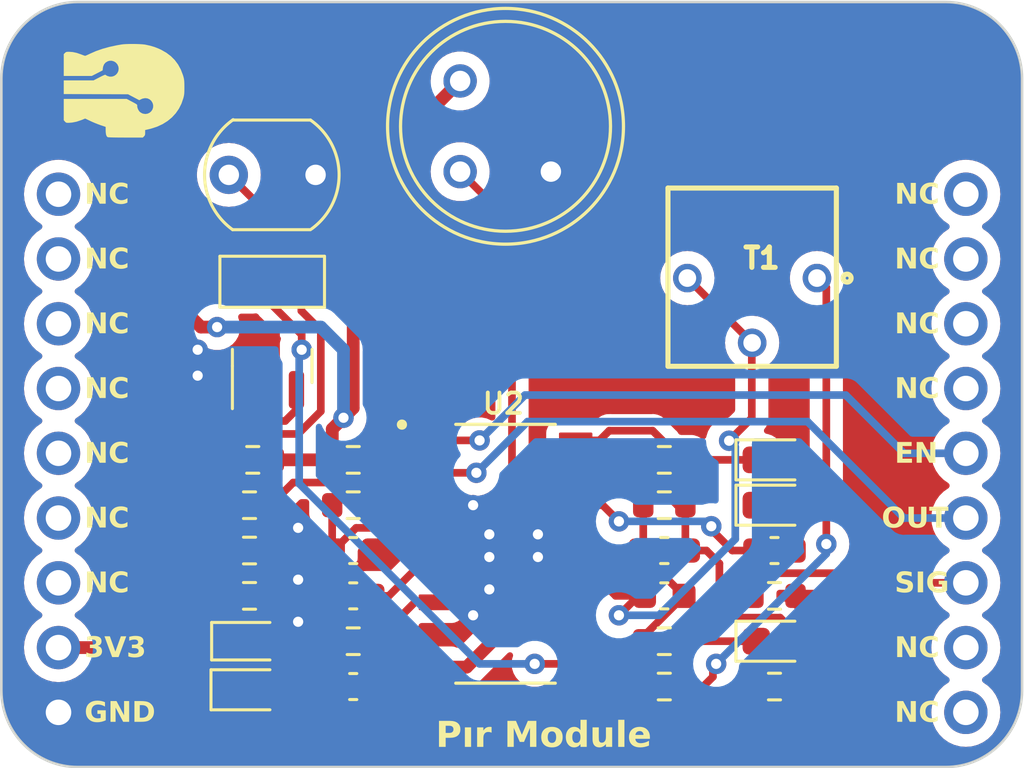
<source format=kicad_pcb>
(kicad_pcb (version 20221018) (generator pcbnew)
  (layers (0 "F.Cu" signal) (31 "B.Cu" signal) (34 "B.Paste" user) (35 "F.Paste" user) (36 "B.SilkS" user "B.Silkscreen") (37 "F.SilkS" user "F.Silkscreen") (38 "B.Mask" user) (39 "F.Mask" user) (44 "Edge.Cuts" user))
  (net 0 "")
  (net 1 "SIG")
  (net 2 "GND")
  (net 3 "Net-(U2-RC1)")
  (net 4 "Net-(U2-RC2)")
  (net 5 "+3V3")
  (net 6 "Net-(U2-2OUT)")
  (net 7 "Net-(U2-2IN-)")
  (net 8 "Net-(C7-Pad1)")
  (net 9 "Net-(U2-1OUT)")
  (net 10 "Net-(U2-1IN-)")
  (net 11 "Net-(C10-Pad1)")
  (net 12 "Net-(D1-K)")
  (net 13 "Net-(D1-A)")
  (net 14 "Net-(J1-Pin_2)")
  (net 15 "Net-(J1-Pin_3)")
  (net 16 "Net-(Q1-B)")
  (net 17 "Net-(U2-RR1)")
  (net 18 "Net-(U2-RR2)")
  (net 19 "EN")
  (net 20 "Net-(U2-IB)")
  (net 21 "Net-(R8-Pad1)")
  (net 22 "OUT")
  (footprint "Capacitor_SMD:C_0603_1608Metric" (layer "F.Cu") (at 123.952 89.154)
    (fp_text reference "C6" hide)
    (fp_text value "10nF" hide)
    (pad "1" smd roundrect (at -0.775 0) (size 0.9 0.95) (layers "F.Cu" "F.Paste" "F.Mask") (net 6 "Net-(U2-2OUT)"))
    (pad "2" smd roundrect (at 0.775 0) (size 0.9 0.95) (layers "F.Cu" "F.Paste" "F.Mask") (net 7 "Net-(U2-2IN-)"))
  )
  (footprint "Resistor_SMD:R_0603_1608Metric" (layer "F.Cu") (at 123.952 92.71 180)
    (fp_text reference "R8" hide)
    (fp_text value "470k" hide)
    (pad "1" smd roundrect (at -0.825 0 180) (size 0.8 0.95) (layers "F.Cu" "F.Paste" "F.Mask") (net 21 "Net-(R8-Pad1)"))
    (pad "2" smd roundrect (at 0.825 0 180) (size 0.8 0.95) (layers "F.Cu" "F.Paste" "F.Mask") (net 7 "Net-(U2-2IN-)"))
  )
  (footprint "Jumper:SolderJumper-3_P1.3mm_Open_Pad1.0x1.5mm_NumberLabels" (layer "F.Cu") (at 108.585 76.835)
    (fp_text reference "J1" hide)
    (fp_text value "Conn_01x03_Female" hide)
    (pad "1" smd rect (at -1.3 0) (size 1 1.5) (layers "F.Cu" "F.Mask") (net 5 "+3V3"))
    (pad "2" smd rect (at 0 0) (size 1 1.5) (layers "F.Cu" "F.Mask") (net 14 "Net-(J1-Pin_2)"))
    (pad "3" smd rect (at 1.3 0) (size 1 1.5) (layers "F.Cu" "F.Mask") (net 15 "Net-(J1-Pin_3)"))
  )
  (footprint "Capacitor_SMD:C_0603_1608Metric_Pad1.08x0.95mm_HandSolder" (layer "F.Cu") (at 123.952 87.376)
    (fp_text reference "C8" hide)
    (fp_text value "10nF" hide)
    (pad "1" smd roundrect (at -0.8625 0) (size 1.075 0.95) (layers "F.Cu" "F.Paste" "F.Mask") (net 10 "Net-(U2-1IN-)"))
    (pad "2" smd roundrect (at 0.8625 0) (size 1.075 0.95) (layers "F.Cu" "F.Paste" "F.Mask") (net 9 "Net-(U2-1OUT)"))
  )
  (footprint "Capacitor_Tantalum_SMD:CP_EIA-1608-08_AVX-J" (layer "F.Cu") (at 128.27 85.598)
    (fp_text reference "C9" hide)
    (fp_text value "10uF" hide)
    (pad "1" smd roundrect (at -0.7125 0) (size 1.075 1.05) (layers "F.Cu" "F.Paste" "F.Mask") (roundrect_rratio 0.238095) (net 11 "Net-(C10-Pad1)"))
    (pad "2" smd roundrect (at 0.7125 0) (size 1.075 1.05) (layers "F.Cu" "F.Paste" "F.Mask") (roundrect_rratio 0.238095) (net 2 "GND"))
  )
  (footprint "Resistor_SMD:R_0603_1608Metric" (layer "F.Cu") (at 128.27 92.71)
    (fp_text reference "R7" hide)
    (fp_text value "1m" hide)
    (pad "1" smd roundrect (at -0.825 0) (size 0.8 0.95) (layers "F.Cu" "F.Paste" "F.Mask") (net 20 "Net-(U2-IB)"))
    (pad "2" smd roundrect (at 0.825 0) (size 0.8 0.95) (layers "F.Cu" "F.Paste" "F.Mask") (net 2 "GND"))
  )
  (footprint "LED_SMD:LED_0603_1608Metric" (layer "F.Cu") (at 107.696 90.932)
    (fp_text reference "D1" hide)
    (fp_text value "LED" hide)
    (pad "1" smd roundrect (at -0.7875 0) (size 0.875 0.95) (layers "F.Cu" "F.Paste" "F.Mask") (net 12 "Net-(D1-K)"))
    (pad "2" smd roundrect (at 0.7875 0) (size 0.875 0.95) (layers "F.Cu" "F.Paste" "F.Mask") (net 13 "Net-(D1-A)"))
  )
  (footprint "Capacitor_Tantalum_SMD:CP_EIA-1608-08_AVX-J" (layer "F.Cu") (at 128.27 90.932)
    (fp_text reference "C7" hide)
    (fp_text value "10uF" hide)
    (pad "1" smd roundrect (at -0.7125 0) (size 1.075 1.05) (layers "F.Cu" "F.Paste" "F.Mask") (roundrect_rratio 0.238095) (net 8 "Net-(C7-Pad1)"))
    (pad "2" smd roundrect (at 0.7125 0) (size 1.075 1.05) (layers "F.Cu" "F.Paste" "F.Mask") (roundrect_rratio 0.238095) (net 9 "Net-(U2-1OUT)"))
  )
  (footprint "Capacitor_SMD:C_0603_1608Metric" (layer "F.Cu") (at 111.76 87.376)
    (fp_text reference "C2" hide)
    (fp_text value "10nF" hide)
    (pad "1" smd roundrect (at -0.775 0) (size 0.9 0.95) (layers "F.Cu" "F.Paste" "F.Mask") (net 3 "Net-(U2-RC1)"))
    (pad "2" smd roundrect (at 0.775 0) (size 0.9 0.95) (layers "F.Cu" "F.Paste" "F.Mask") (net 2 "GND"))
  )
  (footprint "OptoDevice:R_LDR_5.1x4.3mm_P3.4mm_Vertical" (layer "F.Cu") (at 106.885 72.644)
    (fp_text reference "R5" hide)
    (fp_text value "LDR07" hide)
    (pad "1" thru_hole circle (at 0 0) (size 1.5 1.5) (drill 0.8) (layers "*.Cu" "*.Mask") (net 15 "Net-(J1-Pin_3)"))
    (pad "2" thru_hole circle (at 3.4 0) (size 1.5 1.5) (drill 0.8) (layers "*.Cu" "*.Mask") (net 2 "GND"))
  )
  (footprint "memin:3362P_1" (layer "F.Cu") (at 127.3955 73.161 180)
    (fp_text reference "T1" (at -0.36821 -2.74963) (layer "F.SilkS") (effects (font (size 0.8 0.8) (thickness 0.254) bold)))
    (fp_text value "1m" hide)
    (pad "1" thru_hole circle (at -2.54 -3.53 180) (size 1.12 1.12) (drill 0.69) (layers "*.Cu" "*.Mask") (net 21 "Net-(R8-Pad1)"))
    (pad "2" thru_hole circle (at 0 -6.07 180) (size 1.12 1.12) (drill 0.69) (layers "*.Cu" "*.Mask") (net 6 "Net-(U2-2OUT)"))
    (pad "3" thru_hole circle (at 2.54 -3.53 180) (size 1.12 1.12) (drill 0.69) (layers "*.Cu" "*.Mask") (net 6 "Net-(U2-2OUT)"))
  )
  (footprint "Resistor_SMD:R_0603_1608Metric" (layer "F.Cu") (at 107.696 85.598 180)
    (fp_text reference "R12" hide)
    (fp_text value "10R" hide)
    (pad "1" smd roundrect (at -0.825 0 180) (size 0.8 0.95) (layers "F.Cu" "F.Paste" "F.Mask") (net 22 "OUT"))
    (pad "2" smd roundrect (at 0.825 0 180) (size 0.8 0.95) (layers "F.Cu" "F.Paste" "F.Mask") (net 16 "Net-(Q1-B)"))
  )
  (footprint "Resistor_SMD:R_0603_1608Metric" (layer "F.Cu") (at 123.952 85.598)
    (fp_text reference "R10" hide)
    (fp_text value "1m" hide)
    (pad "1" smd roundrect (at -0.825 0) (size 0.8 0.95) (layers "F.Cu" "F.Paste" "F.Mask") (net 10 "Net-(U2-1IN-)"))
    (pad "2" smd roundrect (at 0.825 0) (size 0.8 0.95) (layers "F.Cu" "F.Paste" "F.Mask") (net 9 "Net-(U2-1OUT)"))
  )
  (footprint "Resistor_SMD:R_0603_1608Metric" (layer "F.Cu") (at 107.696 87.376)
    (fp_text reference "R13" hide)
    (fp_text value "1m" hide)
    (pad "1" smd roundrect (at -0.825 0) (size 0.8 0.95) (layers "F.Cu" "F.Paste" "F.Mask") (net 16 "Net-(Q1-B)"))
    (pad "2" smd roundrect (at 0.825 0) (size 0.8 0.95) (layers "F.Cu" "F.Paste" "F.Mask") (net 2 "GND"))
  )
  (footprint "Package_TO_SOT_SMD:SOT-23" (layer "F.Cu") (at 108.585 80.137 90)
    (fp_text reference "Q1" hide)
    (fp_text value "BC546" hide)
    (pad "1" smd roundrect (at -0.9375 -0.95 90) (size 1.475 0.6) (layers "F.Cu" "F.Paste" "F.Mask") (net 12 "Net-(D1-K)"))
    (pad "2" smd roundrect (at -0.9375 0.95 90) (size 1.475 0.6) (layers "F.Cu" "F.Paste" "F.Mask") (net 16 "Net-(Q1-B)"))
    (pad "3" smd roundrect (at 0.9375 0 90) (size 1.475 0.6) (layers "F.Cu" "F.Paste" "F.Mask") (net 2 "GND"))
  )
  (footprint "Resistor_SMD:R_0603_1608Metric" (layer "F.Cu") (at 123.952 90.932)
    (fp_text reference "R9" hide)
    (fp_text value "10k" hide)
    (pad "1" smd roundrect (at -0.825 0) (size 0.8 0.95) (layers "F.Cu" "F.Paste" "F.Mask") (net 7 "Net-(U2-2IN-)"))
    (pad "2" smd roundrect (at 0.825 0) (size 0.8 0.95) (layers "F.Cu" "F.Paste" "F.Mask") (net 8 "Net-(C7-Pad1)"))
  )
  (footprint "Resistor_SMD:R_0603_1608Metric" (layer "F.Cu") (at 123.952 83.82)
    (fp_text reference "R11" hide)
    (fp_text value "15k" hide)
    (pad "1" smd roundrect (at -0.825 0) (size 0.8 0.95) (layers "F.Cu" "F.Paste" "F.Mask") (net 10 "Net-(U2-1IN-)"))
    (pad "2" smd roundrect (at 0.825 0) (size 0.8 0.95) (layers "F.Cu" "F.Paste" "F.Mask") (net 11 "Net-(C10-Pad1)"))
  )
  (footprint "Resistor_SMD:R_0603_1608Metric" (layer "F.Cu") (at 111.76 90.932 180)
    (fp_text reference "R3" hide)
    (fp_text value "15k" hide)
    (pad "1" smd roundrect (at -0.825 0 180) (size 0.8 0.95) (layers "F.Cu" "F.Paste" "F.Mask") (net 18 "Net-(U2-RR2)"))
    (pad "2" smd roundrect (at 0.825 0 180) (size 0.8 0.95) (layers "F.Cu" "F.Paste" "F.Mask") (net 4 "Net-(U2-RC2)"))
  )
  (footprint "Capacitor_SMD:C_0603_1608Metric" (layer "F.Cu") (at 111.76 89.154 180)
    (fp_text reference "C3" hide)
    (fp_text value "10nF" hide)
    (pad "1" smd roundrect (at -0.775 0 180) (size 0.9 0.95) (layers "F.Cu" "F.Paste" "F.Mask") (net 4 "Net-(U2-RC2)"))
    (pad "2" smd roundrect (at 0.775 0 180) (size 0.9 0.95) (layers "F.Cu" "F.Paste" "F.Mask") (net 2 "GND"))
  )
  (footprint "Capacitor_Tantalum_SMD:CP_EIA-1608-08_AVX-J" (layer "F.Cu") (at 107.696 92.837)
    (fp_text reference "C5" hide)
    (fp_text value "C_Polarized_US" hide)
    (pad "1" smd roundrect (at -0.7125 0) (size 1.075 1.05) (layers "F.Cu" "F.Paste" "F.Mask") (roundrect_rratio 0.238095) (net 5 "+3V3"))
    (pad "2" smd roundrect (at 0.7125 0) (size 1.075 1.05) (layers "F.Cu" "F.Paste" "F.Mask") (roundrect_rratio 0.238095) (net 2 "GND"))
  )
  (footprint "Capacitor_SMD:C_0603_1608Metric" (layer "F.Cu") (at 128.27 87.376)
    (fp_text reference "C1" hide)
    (fp_text value "10nF" hide)
    (pad "1" smd roundrect (at -0.775 0) (size 0.9 0.95) (layers "F.Cu" "F.Paste" "F.Mask") (net 1 "SIG"))
    (pad "2" smd roundrect (at 0.775 0) (size 0.9 0.95) (layers "F.Cu" "F.Paste" "F.Mask") (net 2 "GND"))
  )
  (footprint "Capacitor_Tantalum_SMD:CP_EIA-1608-08_AVX-J" (layer "F.Cu") (at 128.27 83.82)
    (fp_text reference "C10" hide)
    (fp_text value "10uF" hide)
    (pad "1" smd roundrect (at -0.7125 0) (size 1.075 1.05) (layers "F.Cu" "F.Paste" "F.Mask") (roundrect_rratio 0.238095) (net 11 "Net-(C10-Pad1)"))
    (pad "2" smd roundrect (at 0.7125 0) (size 1.075 1.05) (layers "F.Cu" "F.Paste" "F.Mask") (roundrect_rratio 0.238095) (net 2 "GND"))
  )
  (footprint "pir:SNR3-D8.1XH4.2MM" (layer "F.Cu") (at 117.729 70.739 90)
    (fp_text reference "U1" hide)
    (fp_text value "LHI778" hide)
    (pad "1" thru_hole circle (at 1.778 -1.778 90) (size 1.308 1.308) (drill 0.8) (layers "*.Cu" "*.Mask") (net 5 "+3V3"))
    (pad "2" thru_hole circle (at -1.778 -1.778 90) (size 1.308 1.308) (drill 0.8) (layers "*.Cu" "*.Mask") (net 1 "SIG"))
    (pad "3" thru_hole circle (at -1.778 1.778 90) (size 1.308 1.308) (drill 0.8) (layers "*.Cu" "*.Mask") (net 2 "GND"))
  )
  (footprint "Resistor_SMD:R_0603_1608Metric" (layer "F.Cu") (at 107.696 89.154)
    (fp_text reference "R14" hide)
    (fp_text value "1k" hide)
    (pad "1" smd roundrect (at -0.825 0) (size 0.8 0.95) (layers "F.Cu" "F.Paste" "F.Mask") (net 5 "+3V3"))
    (pad "2" smd roundrect (at 0.825 0) (size 0.8 0.95) (layers "F.Cu" "F.Paste" "F.Mask") (net 13 "Net-(D1-A)"))
  )
  (footprint "Resistor_SMD:R_0603_1608Metric" (layer "F.Cu") (at 111.76 85.598 180)
    (fp_text reference "R2" hide)
    (fp_text value "10k" hide)
    (pad "1" smd roundrect (at -0.825 0 180) (size 0.8 0.95) (layers "F.Cu" "F.Paste" "F.Mask") (net 17 "Net-(U2-RR1)"))
    (pad "2" smd roundrect (at 0.825 0 180) (size 0.8 0.95) (layers "F.Cu" "F.Paste" "F.Mask") (net 3 "Net-(U2-RC1)"))
  )
  (footprint "Resistor_SMD:R_0603_1608Metric" (layer "F.Cu") (at 128.27 89.154)
    (fp_text reference "R1" hide)
    (fp_text value "47k" hide)
    (pad "1" smd roundrect (at -0.825 0) (size 0.8 0.95) (layers "F.Cu" "F.Paste" "F.Mask") (net 1 "SIG"))
    (pad "2" smd roundrect (at 0.825 0) (size 0.8 0.95) (layers "F.Cu" "F.Paste" "F.Mask") (net 2 "GND"))
  )
  (footprint "Resistor_SMD:R_0603_1608Metric" (layer "F.Cu") (at 107.823 83.82 180)
    (fp_text reference "R6" hide)
    (fp_text value "1m" hide)
    (pad "1" smd roundrect (at -0.825 0 180) (size 0.8 0.95) (layers "F.Cu" "F.Paste" "F.Mask") (net 5 "+3V3"))
    (pad "2" smd roundrect (at 0.825 0 180) (size 0.8 0.95) (layers "F.Cu" "F.Paste" "F.Mask") (net 15 "Net-(J1-Pin_3)"))
  )
  (footprint "Moduler_:pin_header" (layer "F.Cu") (at 117.735877 84.07052)
    (fp_text reference "U3" hide)
    (fp_text value "~" hide)
    (fp_text user "NC" (at -16.51 2.54 unlocked) (layer "F.SilkS") (effects (font (size 0.8 0.8) (thickness 0.2) bold) (justify left bottom)))
    (fp_text user "NC" (at 15.24 -7.62 unlocked) (layer "F.SilkS") (effects (font (size 0.8 0.8) (thickness 0.2) bold) (justify left bottom)))
    (fp_text user "NC" (at -16.51 -7.62 unlocked) (layer "F.SilkS") (effects (font (size 0.8 0.8) (thickness 0.2) bold) (justify left bottom)))
    (fp_text user "NC" (at -16.51 -2.54 unlocked) (layer "F.SilkS") (effects (font (size 0.8 0.8) (thickness 0.2) bold) (justify left bottom)))
    (fp_text user "NC" (at 15.24 -2.54 unlocked) (layer "F.SilkS") (effects (font (size 0.8 0.8) (thickness 0.2) bold) (justify left bottom)))
    (fp_text user "NC" (at 15.24 10.16 unlocked) (layer "F.SilkS") (effects (font (size 0.8 0.8) (thickness 0.2) bold) (justify left bottom)))
    (fp_text user "Pır Module" (at -2.7432 11.176 unlocked) (layer "F.SilkS") (effects (font (thickness 0.2) bold) (justify left bottom)))
    (fp_text user "NC" (at -16.51 5.08 unlocked) (layer "F.SilkS") (effects (font (size 0.8 0.8) (thickness 0.2) bold) (justify left bottom)))
    (fp_text user "NC" (at -16.51 -5.08 unlocked) (layer "F.SilkS") (effects (font (size 0.8 0.8) (thickness 0.2) bold) (justify left bottom)))
    (fp_text user "NC" (at -16.51 -10.16 unlocked) (layer "F.SilkS") (effects (font (size 0.8 0.8) (thickness 0.2) bold) (justify left bottom)))
    (fp_text user "NC" (at 15.24 -5.08 unlocked) (layer "F.SilkS") (effects (font (size 0.8 0.8) (thickness 0.2) bold) (justify left bottom)))
    (fp_text user "OUT" (at 14.732 2.54 unlocked) (layer "F.SilkS") (effects (font (size 0.8 0.8) (thickness 0.2) bold) (justify left bottom)))
    (fp_text user "SIG" (at 15.24 5.08 unlocked) (layer "F.SilkS") (effects (font (size 0.8 0.8) (thickness 0.2) bold) (justify left bottom)))
    (fp_text user "GND" (at -16.51 10.16 unlocked) (layer "F.SilkS") (effects (font (size 0.8 0.8) (thickness 0.2) bold) (justify left bottom)))
    (fp_text user "3V3" (at -16.51 7.62 unlocked) (layer "F.SilkS") (effects (font (size 0.8 0.8) (thickness 0.2) bold) (justify left bottom)))
    (fp_text user "EN" (at 15.24 0 unlocked) (layer "F.SilkS") (effects (font (size 0.8 0.8) (thickness 0.2) bold) (justify left bottom)))
    (fp_text user "NC" (at 15.24 7.62 unlocked) (layer "F.SilkS") (effects (font (size 0.8 0.8) (thickness 0.2) bold) (justify left bottom)))
    (fp_text user "NC" (at 15.24 -10.16 unlocked) (layer "F.SilkS") (effects (font (size 0.8 0.8) (thickness 0.2) bold) (justify left bottom)))
    (fp_text user "NC" (at -16.51 0 unlocked) (layer "F.SilkS") (effects (font (size 0.8 0.8) (thickness 0.2) bold) (justify left bottom)))
    (fp_poly (pts (xy -19.759475 -15.361112) (xy -19.747896 -15.5134) (xy -19.728827 -15.663474) (xy -19.702457 -15.811146) (xy -19.668975 -15.956226) (xy -19.628568 -16.098527) (xy -19.581426 -16.23786) (xy -19.527736 -16.374037) (xy -19.467687 -16.506869) (xy -19.401468 -16.636168) (xy -19.329267 -16.761745) (xy -19.251272 -16.883413) (xy -19.167671 -17.000982) (xy -19.078654 -17.114264) (xy -18.984408 -17.223072) (xy -18.885122 -17.327215) (xy -18.780984 -17.426507) (xy -18.672182 -17.520758) (xy -18.558906 -17.609781) (xy -18.441343 -17.693386) (xy -18.319683 -17.771386) (xy -18.194112 -17.843591) (xy -18.06482 -17.909814) (xy -17.931995 -17.969866) (xy -17.795826 -18.023559) (xy -17.6565 -18.070704) (xy -17.514207 -18.111113) (xy -17.369134 -18.144597) (xy -17.221471 -18.170968) (xy -17.071405 -18.190038) (xy -16.919125 -18.201619) (xy -16.764819 -18.20552) (xy 17.238832 -18.20552) (xy 17.393137 -18.201619) (xy 17.545417 -18.190038) (xy 17.695483 -18.170968) (xy 17.843146 -18.144597) (xy 17.988219 -18.111113) (xy 18.130512 -18.070704) (xy 18.269837 -18.023559) (xy 18.406006 -17.969866) (xy 18.538831 -17.909814) (xy 18.668123 -17.843591) (xy 18.793694 -17.771386) (xy 18.915355 -17.693386) (xy 19.032917 -17.609781) (xy 19.146194 -17.520758) (xy 19.254995 -17.426507) (xy 19.359133 -17.327215) (xy 19.458419 -17.223072) (xy 19.552665 -17.114264) (xy 19.641683 -17.000982) (xy 19.725284 -16.883413) (xy 19.803279 -16.761745) (xy 19.87548 -16.636168) (xy 19.9417 -16.506869) (xy 20.001748 -16.374037) (xy 20.055438 -16.23786) (xy 20.102581 -16.098527) (xy 20.142987 -15.956226) (xy 20.17647 -15.811146) (xy 20.20284 -15.663474) (xy 20.221909 -15.5134) (xy 20.233488 -15.361112) (xy 20.23739 -15.206798) (xy 20.23739 8.797094) (xy 20.233488 8.951408) (xy 20.221909 9.103696) (xy 20.20284 9.25377) (xy 20.17647 9.401441) (xy 20.142987 9.546522) (xy 20.102581 9.688822) (xy 20.055438 9.828155) (xy 20.001748 9.964332) (xy 19.9417 10.097164) (xy 19.87548 10.226463) (xy 19.803279 10.352041) (xy 19.725284 10.473708) (xy 19.641683 10.591278) (xy 19.552665 10.70456) (xy 19.458419 10.813367) (xy 19.359133 10.917511) (xy 19.254995 11.016803) (xy 19.146194 11.111054) (xy 19.032917 11.200077) (xy 18.915355 11.283682) (xy 18.793694 11.361681) (xy 18.668123 11.433887) (xy 18.538831 11.50011) (xy 18.406006 11.560162) (xy 18.269837 11.613855) (xy 18.130512 11.661) (xy 17.988219 11.701409) (xy 17.843146 11.734893) (xy 17.695483 11.761265) (xy 17.545417 11.780334) (xy 17.393137 11.791915) (xy 17.238832 11.795817) (xy -16.764819 11.795817) (xy -16.919125 11.791915) (xy -17.071405 11.780334) (xy -17.221471 11.761265) (xy -17.369134 11.734893) (xy -17.514207 11.701409) (xy -17.6565 11.661) (xy -17.795826 11.613855) (xy -17.931995 11.560162) (xy -18.06482 11.50011) (xy -18.194112 11.433887) (xy -18.319683 11.361681) (xy -18.441343 11.283682) (xy -18.558906 11.200077) (xy -18.672182 11.111054) (xy -18.780984 11.016803) (xy -18.885122 10.917511) (xy -18.984408 10.813367) (xy -19.078654 10.70456) (xy -19.167671 10.591278) (xy -19.251272 10.473708) (xy -19.329267 10.352041) (xy -19.401468 10.226463) (xy -19.467687 10.097164) (xy -19.527736 9.964332) (xy -19.581426 9.828155) (xy -19.628568 9.688822) (xy -19.668975 9.546522) (xy -19.702457 9.401441) (xy -19.728827 9.25377) (xy -19.747896 9.103696) (xy -19.759475 8.951408) (xy -19.763377 8.797094) (xy -19.763377 -15.206798)) (stroke (width 0.1)) (fill none) (layer "Edge.Cuts"))
    (pad "1" thru_hole oval (at -17.526 -10.668) (size 1.7 1.7) (drill 1) (layers "*.Cu" "*.Mask"))
    (pad "2" thru_hole oval (at -17.526 -8.128) (size 1.7 1.7) (drill 1) (layers "*.Cu" "*.Mask"))
    (pad "3" thru_hole oval (at -17.526 -5.588) (size 1.7 1.7) (drill 1) (layers "*.Cu" "*.Mask"))
    (pad "4" thru_hole oval (at -17.526 -3.048) (size 1.7 1.7) (drill 1) (layers "*.Cu" "*.Mask"))
    (pad "5" thru_hole oval (at -17.526 -0.508) (size 1.7 1.7) (drill 1) (layers "*.Cu" "*.Mask"))
    (pad "6" thru_hole oval (at -17.526 2.032) (size 1.7 1.7) (drill 1) (layers "*.Cu" "*.Mask"))
    (pad "7" thru_hole oval (at -17.526 4.572) (size 1.7 1.7) (drill 1) (layers "*.Cu" "*.Mask"))
    (pad "8" thru_hole oval (at -17.526 7.112) (size 1.7 1.7) (drill 1) (layers "*.Cu" "*.Mask") (net 5 "+3V3"))
    (pad "9" thru_hole oval (at -17.526 9.652) (size 1.7 1.7) (drill 1) (layers "*.Cu" "*.Mask") (net 2 "GND"))
    (pad "10" thru_hole oval (at 18.034 9.652) (size 1.7 1.7) (drill 1) (layers "*.Cu" "*.Mask"))
    (pad "11" thru_hole oval (at 18.034 7.112) (size 1.7 1.7) (drill 1) (layers "*.Cu" "*.Mask"))
    (pad "12" thru_hole oval (at 18.034 4.572) (size 1.7 1.7) (drill 1) (layers "*.Cu" "*.Mask") (net 1 "SIG"))
    (pad "13" thru_hole oval (at 18.034 2.032) (size 1.7 1.7) (drill 1) (layers "*.Cu" "*.Mask") (net 22 "OUT"))
    (pad "14" thru_hole oval (at 18.034 -0.508) (size 1.7 1.7) (drill 1) (layers "*.Cu" "*.Mask") (net 19 "EN"))
    (pad "15" thru_hole oval (at 18.034 -3.048) (size 1.7 1.7) (drill 1) (layers "*.Cu" "*.Mask"))
    (pad "16" thru_hole oval (at 18.034 -5.588) (size 1.7 1.7) (drill 1) (layers "*.Cu" "*.Mask"))
    (pad "17" thru_hole oval (at 18.034 -8.128) (size 1.7 1.7) (drill 1) (layers "*.Cu" "*.Mask"))
    (pad "18" thru_hole oval (at 18.034 -10.668) (size 1.7 1.7) (drill 1) (layers "*.Cu" "*.Mask"))
  )
  (footprint "Capacitor_SMD:C_0603_1608Metric" (layer "F.Cu") (at 111.76 92.71 180)
    (fp_text reference "C4" hide)
    (fp_text value "10nF" hide)
    (pad "1" smd roundrect (at -0.775 0 180) (size 0.9 0.95) (layers "F.Cu" "F.Paste" "F.Mask") (net 5 "+3V3"))
    (pad "2" smd roundrect (at 0.775 0 180) (size 0.9 0.95) (layers "F.Cu" "F.Paste" "F.Mask") (net 2 "GND"))
  )
  (footprint "pir:SOIC127P600X180-16N" (layer "F.Cu") (at 117.729 87.503)
    (fp_text reference "U2" (at -0.085 -5.887) (layer "F.SilkS") (effects (font (size 0.8 0.8) (thickness 0.15) bold)))
    (fp_text value "BISS0001" hide)
    (pad "1" smd roundrect (at -2.75 -4.445) (size 1.31 0.62) (layers "F.Cu" "F.Paste" "F.Mask") (roundrect_rratio 0.08) (net 19 "EN"))
    (pad "2" smd roundrect (at -2.75 -3.175) (size 1.31 0.62) (layers "F.Cu" "F.Paste" "F.Mask") (roundrect_rratio 0.08) (net 22 "OUT"))
    (pad "3" smd roundrect (at -2.75 -1.905) (size 1.31 0.62) (layers "F.Cu" "F.Paste" "F.Mask") (roundrect_rratio 0.08) (net 17 "Net-(U2-RR1)"))
    (pad "4" smd roundrect (at -2.75 -0.635) (size 1.31 0.62) (layers "F.Cu" "F.Paste" "F.Mask") (roundrect_rratio 0.08) (net 3 "Net-(U2-RC1)"))
    (pad "5" smd roundrect (at -2.75 0.635) (size 1.31 0.62) (layers "F.Cu" "F.Paste" "F.Mask") (roundrect_rratio 0.08) (net 4 "Net-(U2-RC2)"))
    (pad "6" smd roundrect (at -2.75 1.905) (size 1.31 0.62) (layers "F.Cu" "F.Paste" "F.Mask") (roundrect_rratio 0.08) (net 18 "Net-(U2-RR2)"))
    (pad "7" smd roundrect (at -2.75 3.175) (size 1.31 0.62) (layers "F.Cu" "F.Paste" "F.Mask") (roundrect_rratio 0.08) (net 2 "GND"))
    (pad "8" smd roundrect (at -2.75 4.445) (size 1.31 0.62) (layers "F.Cu" "F.Paste" "F.Mask") (roundrect_rratio 0.08) (net 5 "+3V3"))
    (pad "9" smd roundrect (at 2.75 4.445) (size 1.31 0.62) (layers "F.Cu" "F.Paste" "F.Mask") (roundrect_rratio 0.08) (net 14 "Net-(J1-Pin_2)"))
    (pad "10" smd roundrect (at 2.75 3.175) (size 1.31 0.62) (layers "F.Cu" "F.Paste" "F.Mask") (roundrect_rratio 0.08) (net 20 "Net-(U2-IB)"))
    (pad "11" smd roundrect (at 2.75 1.905) (size 1.31 0.62) (layers "F.Cu" "F.Paste" "F.Mask") (roundrect_rratio 0.08) (net 5 "+3V3"))
    (pad "12" smd roundrect (at 2.75 0.635) (size 1.31 0.62) (layers "F.Cu" "F.Paste" "F.Mask") (roundrect_rratio 0.08) (net 6 "Net-(U2-2OUT)"))
    (pad "13" smd roundrect (at 2.75 -0.635) (size 1.31 0.62) (layers "F.Cu" "F.Paste" "F.Mask") (roundrect_rratio 0.08) (net 7 "Net-(U2-2IN-)"))
    (pad "14" smd roundrect (at 2.75 -1.905) (size 1.31 0.62) (layers "F.Cu" "F.Paste" "F.Mask") (roundrect_rratio 0.08) (net 1 "SIG"))
    (pad "15" smd roundrect (at 2.75 -3.175) (size 1.31 0.62) (layers "F.Cu" "F.Paste" "F.Mask") (roundrect_rratio 0.08) (net 10 "Net-(U2-1IN-)"))
    (pad "16" smd roundrect (at 2.75 -4.445) (size 1.31 0.62) (layers "F.Cu" "F.Paste" "F.Mask") (roundrect_rratio 0.08) (net 9 "Net-(U2-1OUT)"))
  )
  (footprint "Resistor_SMD:R_0603_1608Metric" (layer "F.Cu") (at 111.76 83.82)
    (fp_text reference "R4" hide)
    (fp_text value "10k" hide)
    (pad "1" smd roundrect (at -0.825 0) (size 0.8 0.95) (layers "F.Cu" "F.Paste" "F.Mask") (net 5 "+3V3"))
    (pad "2" smd roundrect (at 0.825 0) (size 0.8 0.95) (layers "F.Cu" "F.Paste" "F.Mask") (net 19 "EN"))
  )
  (segment (start 128.384 88.265) (end 132.969 88.265) (width 0.3) (layer "F.Cu") (net 1))
  (segment (start 125.7935 86.5505) (end 126.619 87.376) (width 0.3) (layer "F.Cu") (net 1))
  (segment (start 117.983 84.836) (end 118.745 85.598) (width 0.3) (layer "F.Cu") (net 1))
  (segment (start 118.745 85.598) (end 120.479 85.598) (width 0.3) (layer "F.Cu") (net 1))
  (segment (start 121.539 85.598) (end 120.479 85.598) (width 0.3) (layer "F.Cu") (net 1))
  (segment (start 125.7935 86.4235) (end 125.7935 86.5505) (width 0.3) (layer "F.Cu") (net 1))
  (segment (start 132.969 88.265) (end 133.35 88.646) (width 0.3) (layer "F.Cu") (net 1))
  (segment (start 127.495 87.376) (end 127.495 89.104) (width 0.3) (layer "F.Cu") (net 1))
  (segment (start 122.174 86.233) (end 121.539 85.598) (width 0.3) (layer "F.Cu") (net 1))
  (segment (start 127.495 87.376) (end 128.384 88.265) (width 0.3) (layer "F.Cu") (net 1))
  (segment (start 133.35348 88.64252) (end 135.769877 88.64252) (width 0.3) (layer "F.Cu") (net 1))
  (segment (start 117.983 74.549) (end 117.983 84.836) (width 0.3) (layer "F.Cu") (net 1))
  (segment (start 126.619 87.376) (end 127.495 87.376) (width 0.3) (layer "F.Cu") (net 1))
  (segment (start 115.951 72.517) (end 117.983 74.549) (width 0.3) (layer "F.Cu") (net 1))
  (segment (start 133.35 88.646) (end 133.35348 88.64252) (width 0.3) (layer "F.Cu") (net 1))
  (segment (start 127.495 89.104) (end 127.445 89.154) (width 0.3) (layer "F.Cu") (net 1))
  (via (at 122.174 86.233) (size 0.8) (drill 0.4) (layers "F.Cu" "B.Cu") (net 1))
  (via (at 125.7935 86.4235) (size 0.8) (drill 0.4) (layers "F.Cu" "B.Cu") (net 1))
  (segment (start 125.7935 86.4235) (end 125.603 86.233) (width 0.3) (layer "B.Cu") (net 1))
  (segment (start 125.603 86.233) (end 122.174 86.233) (width 0.3) (layer "B.Cu") (net 1))
  (segment (start 110.985 89.154) (end 110.985 88.926) (width 0.3) (layer "F.Cu") (net 2))
  (segment (start 110.985 88.926) (end 112.535 87.376) (width 0.3) (layer "F.Cu") (net 2))
  (via (at 105.664 80.518) (size 0.8) (drill 0.4) (layers "F.Cu" "B.Cu") (net 2))
  (via (at 109.601 88.519) (size 0.8) (drill 0.4) (layers "F.Cu" "B.Cu") (net 2))
  (via (at 117.094 87.63) (size 0.8) (drill 0.4) (layers "F.Cu" "B.Cu") (net 2))
  (via (at 118.999 87.63) (size 0.8) (drill 0.4) (layers "F.Cu" "B.Cu") (net 2))
  (via (at 117.094 88.9) (size 0.8) (drill 0.4) (layers "F.Cu" "B.Cu") (net 2))
  (via (at 116.459 85.598) (size 0.8) (drill 0.4) (layers "F.Cu" "B.Cu") (net 2))
  (via (at 105.664 79.502) (size 0.8) (drill 0.4) (layers "F.Cu" "B.Cu") (net 2))
  (via (at 118.999 86.741) (size 0.8) (drill 0.4) (layers "F.Cu" "B.Cu") (net 2))
  (via (at 117.094 86.741) (size 0.8) (drill 0.4) (layers "F.Cu" "B.Cu") (net 2))
  (via (at 109.601 90.17) (size 0.8) (drill 0.4) (layers "F.Cu" "B.Cu") (net 2))
  (via (at 109.601 86.487) (size 0.8) (drill 0.4) (layers "F.Cu" "B.Cu") (net 2))
  (via (at 116.459 89.916) (size 0.8) (drill 0.4) (layers "F.Cu" "B.Cu") (net 2))
  (segment (start 110.985 87.376) (end 111.874 86.487) (width 0.3) (layer "F.Cu") (net 3))
  (segment (start 110.935 87.326) (end 110.985 87.376) (width 0.25) (layer "F.Cu") (net 3))
  (segment (start 110.935 85.598) (end 110.935 87.326) (width 0.3) (layer "F.Cu") (net 3))
  (segment (start 113.919 86.868) (end 114.979 86.868) (width 0.3) (layer "F.Cu") (net 3))
  (segment (start 111.874 86.487) (end 113.538 86.487) (width 0.3) (layer "F.Cu") (net 3))
  (segment (start 113.538 86.487) (end 113.919 86.868) (width 0.3) (layer "F.Cu") (net 3))
  (segment (start 112.535 89.154) (end 113.157 89.154) (width 0.3) (layer "F.Cu") (net 4))
  (segment (start 110.935 90.932) (end 110.935 90.754) (width 0.3) (layer "F.Cu") (net 4))
  (segment (start 110.935 90.754) (end 112.535 89.154) (width 0.3) (layer "F.Cu") (net 4))
  (segment (start 113.157 89.154) (end 114.173 88.138) (width 0.3) (layer "F.Cu") (net 4))
  (segment (start 114.173 88.138) (end 114.979 88.138) (width 0.3) (layer "F.Cu") (net 4))
  (segment (start 104.01648 78.86352) (end 105.029 77.851) (width 0.5) (layer "F.Cu") (net 5))
  (segment (start 104.01648 90.297) (end 104.01648 78.86352) (width 0.5) (layer "F.Cu") (net 5))
  (segment (start 112.535 92.71) (end 113.157 92.71) (width 0.5) (layer "F.Cu") (net 5))
  (segment (start 116.205 91.948) (end 118.745 89.408) (width 0.5) (layer "F.Cu") (net 5))
  (segment (start 105.029 89.154) (end 106.871 89.154) (width 0.5) (layer "F.Cu") (net 5))
  (segment (start 105.029 77.851) (end 105.791 78.613) (width 0.5) (layer "F.Cu") (net 5))
  (segment (start 110.939284 82.608716) (end 110.939284 83.815716) (width 0.5) (layer "F.Cu") (net 5))
  (segment (start 104.01648 91.18252) (end 100.209877 91.18252) (width 0.5) (layer "F.Cu") (net 5))
  (segment (start 111.76 81.788) (end 111.76 73.152) (width 0.5) (layer "F.Cu") (net 5))
  (segment (start 104.01648 91.18252) (end 104.01648 91.95148) (width 0.5) (layer "F.Cu") (net 5))
  (segment (start 111.925928 94.195072) (end 112.535 93.586) (width 0.5) (layer "F.Cu") (net 5))
  (segment (start 108.648 83.82) (end 110.935 83.82) (width 0.5) (layer "F.Cu") (net 5))
  (segment (start 110.939284 83.815716) (end 110.935 83.82) (width 0.5) (layer "F.Cu") (net 5))
  (segment (start 113.157 92.71) (end 113.919 91.948) (width 0.5) (layer "F.Cu") (net 5))
  (segment (start 105.029 77.851) (end 106.045 76.835) (width 0.5) (layer "F.Cu") (net 5))
  (segment (start 105.791 78.613) (end 106.426 78.613) (width 0.5) (layer "F.Cu") (net 5))
  (segment (start 106.045 89.154) (end 106.871 89.154) (width 0.5) (layer "F.Cu") (net 5))
  (segment (start 104.01648 91.95148) (end 104.902 92.837) (width 0.5) (layer "F.Cu") (net 5))
  (segment (start 111.379 82.169) (end 110.939284 82.608716) (width 0.5) (layer "F.Cu") (net 5))
  (segment (start 106.9835 92.837) (end 106.9835 93.5215) (width 0.5) (layer "F.Cu") (net 5))
  (segment (start 113.919 91.948) (end 114.979 91.948) (width 0.5) (layer "F.Cu") (net 5))
  (segment (start 104.902 92.837) (end 106.9835 92.837) (width 0.5) (layer "F.Cu") (net 5))
  (segment (start 107.657072 94.195072) (end 111.925928 94.195072) (width 0.5) (layer "F.Cu") (net 5))
  (segment (start 118.745 89.408) (end 120.479 89.408) (width 0.5) (layer "F.Cu") (net 5))
  (segment (start 104.01648 91.18252) (end 104.01648 90.297) (width 0.5) (layer "F.Cu") (net 5))
  (segment (start 104.01648 90.297) (end 104.01648 90.16652) (width 0.5) (layer "F.Cu") (net 5))
  (segment (start 104.01648 90.16652) (end 105.029 89.154) (width 0.5) (layer "F.Cu") (net 5))
  (segment (start 112.535 93.586) (end 112.535 92.71) (width 0.5) (layer "F.Cu") (net 5))
  (segment (start 106.045 76.835) (end 107.285 76.835) (width 0.5) (layer "F.Cu") (net 5))
  (segment (start 111.76 73.152) (end 115.951 68.961) (width 0.5) (layer "F.Cu") (net 5))
  (segment (start 111.379 82.169) (end 111.76 81.788) (width 0.5) (layer "F.Cu") (net 5))
  (segment (start 106.9835 93.5215) (end 107.657072 94.195072) (width 0.5) (layer "F.Cu") (net 5))
  (segment (start 114.979 91.948) (end 116.205 91.948) (width 0.5) (layer "F.Cu") (net 5))
  (via (at 111.379 82.169) (size 0.8) (drill 0.4) (layers "F.Cu" "B.Cu") (net 5))
  (via (at 106.426 78.613) (size 0.8) (drill 0.4) (layers "F.Cu" "B.Cu") (net 5))
  (segment (start 110.49 78.613) (end 111.379 79.502) (width 0.5) (layer "B.Cu") (net 5))
  (segment (start 111.379 79.502) (end 111.379 82.169) (width 0.5) (layer "B.Cu") (net 5))
  (segment (start 106.426 78.613) (end 110.49 78.613) (width 0.5) (layer "B.Cu") (net 5))
  (segment (start 124.8555 76.691) (end 127.3955 79.231) (width 0.3) (layer "F.Cu") (net 6))
  (segment (start 123.177 89.154) (end 122.936 89.154) (width 0.3) (layer "F.Cu") (net 6))
  (segment (start 121.031 88.138) (end 122.047 89.154) (width 0.3) (layer "F.Cu") (net 6))
  (segment (start 126.492 83.0705) (end 127.381 82.1815) (width 0.3) (layer "F.Cu") (net 6))
  (segment (start 127.381 82.1815) (end 127.381 79.2455) (width 0.3) (layer "F.Cu") (net 6))
  (segment (start 122.047 89.154) (end 123.177 89.154) (width 0.3) (layer "F.Cu") (net 6))
  (segment (start 127.381 79.2455) (end 127.3955 79.231) (width 0.3) (layer "F.Cu") (net 6))
  (segment (start 122.936 89.154) (end 122.174 89.916) (width 0.3) (layer "F.Cu") (net 6))
  (segment (start 120.479 88.138) (end 121.031 88.138) (width 0.3) (layer "F.Cu") (net 6))
  (via (at 126.492 83.0705) (size 0.8) (drill 0.4) (layers "F.Cu" "B.Cu") (net 6))
  (via (at 122.174 89.916) (size 0.8) (drill 0.4) (layers "F.Cu" "B.Cu") (net 6))
  (segment (start 122.174 89.916) (end 123.742661 89.916) (width 0.3) (layer "B.Cu") (net 6))
  (segment (start 123.742661 89.916) (end 126.734 86.924661) (width 0.3) (layer "B.Cu") (net 6))
  (segment (start 126.734 86.924661) (end 126.734 83.3125) (width 0.3) (layer "B.Cu") (net 6))
  (segment (start 126.734 83.3125) (end 126.492 83.0705) (width 0.3) (layer "B.Cu") (net 6))
  (segment (start 123.127 92.71) (end 123.127 90.932) (width 0.3) (layer "F.Cu") (net 7))
  (segment (start 123.127 90.932) (end 123.127 90.754) (width 0.3) (layer "F.Cu") (net 7))
  (segment (start 120.479 86.868) (end 121.21315 86.868) (width 0.3) (layer "F.Cu") (net 7))
  (segment (start 123.127 90.754) (end 124.727 89.154) (width 0.3) (layer "F.Cu") (net 7))
  (segment (start 121.21315 86.868) (end 122.61015 88.265) (width 0.3) (layer "F.Cu") (net 7))
  (segment (start 122.61015 88.265) (end 123.838 88.265) (width 0.3) (layer "F.Cu") (net 7))
  (segment (start 123.838 88.265) (end 124.727 89.154) (width 0.3) (layer "F.Cu") (net 7))
  (segment (start 124.777 90.932) (end 127.5575 90.932) (width 0.3) (layer "F.Cu") (net 8))
  (segment (start 123.953727 85.091727) (end 123.953727 83.135424) (width 0.3) (layer "F.Cu") (net 9))
  (segment (start 125.603 87.376) (end 124.8145 87.376) (width 0.3) (layer "F.Cu") (net 9))
  (segment (start 124.777 87.3385) (end 124.8145 87.376) (width 0.3) (layer "F.Cu") (net 9))
  (segment (start 121.412 83.058) (end 120.479 83.058) (width 0.3) (layer "F.Cu") (net 9))
  (segment (start 128.9825 90.5015) (end 128.488627 90.007627) (width 0.3) (layer "F.Cu") (net 9))
  (segment (start 124.777 85.598) (end 124.46 85.598) (width 0.3) (layer "F.Cu") (net 9))
  (segment (start 126.111 89.662) (end 126.111 87.884) (width 0.3) (layer "F.Cu") (net 9))
  (segment (start 123.953727 83.135424) (end 123.495303 82.677) (width 0.3) (layer "F.Cu") (net 9))
  (segment (start 123.495303 82.677) (end 121.793 82.677) (width 0.3) (layer "F.Cu") (net 9))
  (segment (start 124.777 85.598) (end 124.777 87.3385) (width 0.3) (layer "F.Cu") (net 9))
  (segment (start 126.456627 90.007627) (end 126.111 89.662) (width 0.3) (layer "F.Cu") (net 9))
  (segment (start 121.793 82.677) (end 121.412 83.058) (width 0.3) (layer "F.Cu") (net 9))
  (segment (start 126.111 87.884) (end 125.603 87.376) (width 0.3) (layer "F.Cu") (net 9))
  (segment (start 128.9825 90.932) (end 128.9825 90.5015) (width 0.3) (layer "F.Cu") (net 9))
  (segment (start 128.488627 90.007627) (end 126.456627 90.007627) (width 0.3) (layer "F.Cu") (net 9))
  (segment (start 124.46 85.598) (end 123.953727 85.091727) (width 0.3) (layer "F.Cu") (net 9))
  (segment (start 121.539 84.328) (end 122.047 83.82) (width 0.3) (layer "F.Cu") (net 10))
  (segment (start 123.127 87.3385) (end 123.0895 87.376) (width 0.3) (layer "F.Cu") (net 10))
  (segment (start 123.127 83.82) (end 123.127 87.3385) (width 0.3) (layer "F.Cu") (net 10))
  (segment (start 122.047 83.82) (end 123.127 83.82) (width 0.3) (layer "F.Cu") (net 10))
  (segment (start 120.479 84.328) (end 121.539 84.328) (width 0.3) (layer "F.Cu") (net 10))
  (segment (start 127.5575 83.82) (end 124.777 83.82) (width 0.3) (layer "F.Cu") (net 11))
  (segment (start 127.5575 83.82) (end 127.5575 85.598) (width 0.3) (layer "F.Cu") (net 11))
  (segment (start 107.696 88.519) (end 107.696 90.551) (width 0.3) (layer "F.Cu") (net 12))
  (segment (start 105.664 82.423) (end 105.664 87.589409) (width 0.3) (layer "F.Cu") (net 12))
  (segment (start 107.635 81.0745) (end 107.0125 81.0745) (width 0.3) (layer "F.Cu") (net 12))
  (segment (start 107.0125 81.0745) (end 105.664 82.423) (width 0.3) (layer "F.Cu") (net 12))
  (segment (start 105.664 87.589409) (end 106.339591 88.265) (width 0.3) (layer "F.Cu") (net 12))
  (segment (start 107.696 90.551) (end 107.315 90.932) (width 0.3) (layer "F.Cu") (net 12))
  (segment (start 107.442 88.265) (end 107.696 88.519) (width 0.3) (layer "F.Cu") (net 12))
  (segment (start 106.339591 88.265) (end 107.442 88.265) (width 0.3) (layer "F.Cu") (net 12))
  (segment (start 107.315 90.932) (end 106.9085 90.932) (width 0.3) (layer "F.Cu") (net 12))
  (segment (start 108.521 89.154) (end 108.521 90.8945) (width 0.3) (layer "F.Cu") (net 13))
  (segment (start 108.521 90.8945) (end 108.4835 90.932) (width 0.3) (layer "F.Cu") (net 13))
  (segment (start 109.7405 79.502) (end 109.7405 78.910393) (width 0.3) (layer "F.Cu") (net 14))
  (segment (start 120.352 91.821) (end 120.479 91.948) (width 0.3) (layer "F.Cu") (net 14))
  (segment (start 118.872 91.821) (end 120.352 91.821) (width 0.3) (layer "F.Cu") (net 14))
  (segment (start 108.585 77.754893) (end 108.585 76.835) (width 0.3) (layer "F.Cu") (net 14))
  (segment (start 109.7405 78.910393) (end 108.585 77.754893) (width 0.3) (layer "F.Cu") (net 14))
  (via (at 109.7405 79.502) (size 0.8) (drill 0.4) (layers "F.Cu" "B.Cu") (net 14))
  (via (at 118.872 91.821) (size 0.8) (drill 0.4) (layers "F.Cu" "B.Cu") (net 14))
  (segment (start 109.642523 79.599977) (end 109.642523 84.750523) (width 0.3) (layer "B.Cu") (net 14))
  (segment (start 109.7405 79.502) (end 109.642523 79.599977) (width 0.3) (layer "B.Cu") (net 14))
  (segment (start 109.642523 84.750523) (end 116.713 91.821) (width 0.3) (layer "B.Cu") (net 14))
  (segment (start 116.713 91.821) (end 118.872 91.821) (width 0.3) (layer "B.Cu") (net 14))
  (segment (start 109.728 77.978) (end 109.728 76.992) (width 0.3) (layer "F.Cu") (net 15))
  (segment (start 107.442 82.804) (end 109.601 82.804) (width 0.3) (layer "F.Cu") (net 15))
  (segment (start 109.601 82.804) (end 110.49 81.915) (width 0.3) (layer "F.Cu") (net 15))
  (segment (start 106.998 83.248) (end 107.442 82.804) (width 0.3) (layer "F.Cu") (net 15))
  (segment (start 106.998 83.82) (end 106.998 83.248) (width 0.3) (layer "F.Cu") (net 15))
  (segment (start 110.49 78.74) (end 109.728 77.978) (width 0.3) (layer "F.Cu") (net 15))
  (segment (start 109.885 75.644) (end 109.885 76.835) (width 0.3) (layer "F.Cu") (net 15))
  (segment (start 106.885 72.644) (end 109.885 75.644) (width 0.3) (layer "F.Cu") (net 15))
  (segment (start 110.49 81.915) (end 110.49 78.74) (width 0.3) (layer "F.Cu") (net 15))
  (segment (start 109.728 76.992) (end 109.885 76.835) (width 0.3) (layer "F.Cu") (net 15))
  (segment (start 106.172 85.344) (end 106.426 85.598) (width 0.3) (layer "F.Cu") (net 16))
  (segment (start 106.871 87.376) (end 106.871 85.598) (width 0.3) (layer "F.Cu") (net 16))
  (segment (start 109.535 81.854) (end 109.093 82.296) (width 0.3) (layer "F.Cu") (net 16))
  (segment (start 106.793 82.296) (end 106.172 82.917) (width 0.3) (layer "F.Cu") (net 16))
  (segment (start 109.535 81.4555) (end 109.535 81.854) (width 0.3) (layer "F.Cu") (net 16))
  (segment (start 109.093 82.296) (end 106.793 82.296) (width 0.3) (layer "F.Cu") (net 16))
  (segment (start 106.426 85.598) (end 106.871 85.598) (width 0.3) (layer "F.Cu") (net 16))
  (segment (start 106.172 82.917) (end 106.172 85.344) (width 0.3) (layer "F.Cu") (net 16))
  (segment (start 112.585 85.598) (end 114.979 85.598) (width 0.3) (layer "F.Cu") (net 17))
  (segment (start 113.665 90.551) (end 113.665 89.916) (width 0.3) (layer "F.Cu") (net 18))
  (segment (start 112.585 90.932) (end 113.284 90.932) (width 0.3) (layer "F.Cu") (net 18))
  (segment (start 113.665 89.916) (end 114.173 89.408) (width 0.3) (layer "F.Cu") (net 18))
  (segment (start 114.173 89.408) (end 114.979 89.408) (width 0.3) (layer "F.Cu") (net 18))
  (segment (start 113.284 90.932) (end 113.665 90.551) (width 0.3) (layer "F.Cu") (net 18))
  (segment (start 112.585 83.82) (end 113.347 83.058) (width 0.3) (layer "F.Cu") (net 19))
  (segment (start 113.347 83.058) (end 114.979 83.058) (width 0.3) (layer "F.Cu") (net 19))
  (segment (start 114.979 83.058) (end 116.713 83.058) (width 0.3) (layer "F.Cu") (net 19))
  (via (at 116.713 83.058) (size 0.8) (drill 0.4) (layers "F.Cu" "B.Cu") (net 19))
  (segment (start 116.713 83.058) (end 118.491 81.28) (width 0.3) (layer "B.Cu") (net 19))
  (segment (start 131.064 81.28) (end 133.34652 83.56252) (width 0.3) (layer "B.Cu") (net 19))
  (segment (start 118.491 81.28) (end 131.064 81.28) (width 0.3) (layer "B.Cu") (net 19))
  (segment (start 133.34652 83.56252) (end 135.769877 83.56252) (width 0.3) (layer "B.Cu") (net 19))
  (segment (start 127.445 93.662) (end 127.445 92.71) (width 0.3) (layer "F.Cu") (net 20))
  (segment (start 120.479 90.678) (end 121.412 90.678) (width 0.3) (layer "F.Cu") (net 20))
  (segment (start 121.92 91.186) (end 121.92 93.345) (width 0.3) (layer "F.Cu") (net 20))
  (segment (start 121.92 93.345) (end 122.428 93.853) (width 0.3) (layer "F.Cu") (net 20))
  (segment (start 127.254 93.853) (end 127.445 93.662) (width 0.3) (layer "F.Cu") (net 20))
  (segment (start 122.428 93.853) (end 127.254 93.853) (width 0.3) (layer "F.Cu") (net 20))
  (segment (start 121.412 90.678) (end 121.92 91.186) (width 0.3) (layer "F.Cu") (net 20))
  (segment (start 125.857 91.948) (end 125.984 91.821) (width 0.3) (layer "F.Cu") (net 21))
  (segment (start 130.302 87.122) (end 130.302 77.0575) (width 0.3) (layer "F.Cu") (net 21))
  (segment (start 125.857 92.329) (end 125.857 91.948) (width 0.3) (layer "F.Cu") (net 21))
  (segment (start 125.476 92.71) (end 125.857 92.329) (width 0.3) (layer "F.Cu") (net 21))
  (segment (start 130.302 77.0575) (end 129.9355 76.691) (width 0.3) (layer "F.Cu") (net 21))
  (segment (start 124.777 92.71) (end 125.476 92.71) (width 0.3) (layer "F.Cu") (net 21))
  (via (at 125.984 91.821) (size 0.8) (drill 0.4) (layers "F.Cu" "B.Cu") (net 21))
  (via (at 130.302 87.122) (size 0.8) (drill 0.4) (layers "F.Cu" "B.Cu") (net 21))
  (segment (start 129.9355 87.8695) (end 130.302 87.503) (width 0.3) (layer "B.Cu") (net 21))
  (segment (start 125.984 91.821) (end 129.9355 87.8695) (width 0.3) (layer "B.Cu") (net 21))
  (segment (start 130.302 87.503) (end 130.302 87.122) (width 0.3) (layer "B.Cu") (net 21))
  (segment (start 108.521 85.598) (end 109.41 84.709) (width 0.3) (layer "F.Cu") (net 22))
  (segment (start 113.792 84.328) (end 114.979 84.328) (width 0.3) (layer "F.Cu") (net 22))
  (segment (start 114.979 84.328) (end 116.586 84.328) (width 0.3) (layer "F.Cu") (net 22))
  (segment (start 113.411 84.709) (end 113.792 84.328) (width 0.3) (layer "F.Cu") (net 22))
  (segment (start 109.41 84.709) (end 113.411 84.709) (width 0.3) (layer "F.Cu") (net 22))
  (via (at 116.586 84.328) (size 0.8) (drill 0.4) (layers "F.Cu" "B.Cu") (net 22))
  (segment (start 133.35348 86.10252) (end 135.769877 86.10252) (width 0.3) (layer "B.Cu") (net 22))
  (segment (start 129.5645 82.3205) (end 133.35 86.106) (width 0.3) (layer "B.Cu") (net 22))
  (segment (start 118.5935 82.3205) (end 129.5645 82.3205) (width 0.3) (layer "B.Cu") (net 22))
  (segment (start 116.586 84.328) (end 118.5935 82.3205) (width 0.3) (layer "B.Cu") (net 22))
  (segment (start 133.35 86.106) (end 133.35348 86.10252) (width 0.3) (layer "B.Cu") (net 22))
  (zone (net 2) (net_name "GND") (layers "F&B.Cu") (connect_pads yes (clearance 0.5)) (min_thickness 0.25) (fill yes (thermal_gap 0.5) (thermal_bridge_width 0.5))
    (polygon (pts (xy 97.917 65.786) (xy 138.049 65.786) (xy 138.049 95.885) (xy 97.917 95.885)))
  )
)
</source>
